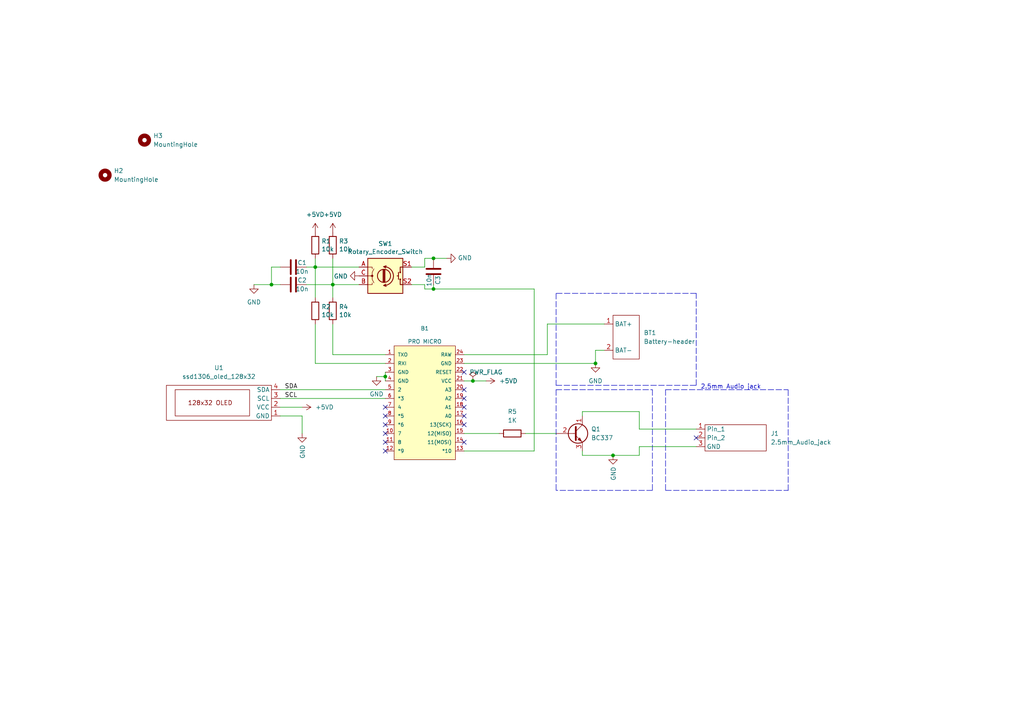
<source format=kicad_sch>
(kicad_sch (version 20211123) (generator eeschema)
  (paper "A4")
  (title_block (title "Camera Intervalometer") (rev "v1.0") (comment 4 "Author: Rafael Marengo"))
  (lib_symbols
    (symbol "Audio-connec-custom:2.5mm_Audio_jack"
      (property "Reference" "J?" (at 10.16 -5.0799 0))
      (property "Value" "2.5mm_Audio_jack" (at 10.16 -7.6199 0))
      (symbol "2.5mm_Audio_jack_0_1"
        (rectangle (start -8.89 -2.54) (end 8.89 -10.16))
      )
      (symbol "2.5mm_Audio_jack_1_1"
        (pin bidirectional line (at -11.43 -3.81 0) (length 2.54) (name "Pin_1") (number "1"))
        (pin bidirectional line (at -11.43 -6.35 0) (length 2.54) (name "Pin_2") (number "2"))
        (pin power_in line (at -11.43 -8.89 0) (length 2.54) (name "GND") (number "3"))
      )
    )
    (symbol "Battery-Custom:Battery-header"
      (property "Reference" "BT" (at 0 1.27 0))
      (property "Value" "Battery-header" (at 0 0 0))
      (symbol "Battery-header_0_1"
        (rectangle (start -3.81 -2.54) (end 3.81 -15.24))
      )
      (symbol "Battery-header_1_1"
        (pin power_out line (at -6.35 -5.08 0) (length 2.54) (name "BAT+") (number "1"))
        (pin power_out line (at -6.35 -12.7 0) (length 2.54) (name "BAT-") (number "2"))
      )
    )
    (symbol "Device:C" (pin_numbers hide) (pin_names (offset 0.254))
      (property "Reference" "C" (at 0.635 2.54 0))
      (property "Value" "C" (at 0.635 -2.54 0))
      (symbol "C_0_1"
        (polyline (pts (xy -2.032 -0.762) (xy 2.032 -0.762)) (stroke (width 0.508)))
        (polyline (pts (xy -2.032 0.762) (xy 2.032 0.762)) (stroke (width 0.508)))
      )
      (symbol "C_1_1"
        (pin passive line (at 0 3.81 270) (length 2.794) (name "~") (number "1"))
        (pin passive line (at 0 -3.81 90) (length 2.794) (name "~") (number "2"))
      )
    )
    (symbol "Device:R" (pin_numbers hide) (pin_names (offset 0))
      (property "Reference" "R" (at 2.032 0 90))
      (property "Value" "R" (at 0 0 90))
      (symbol "R_0_1"
        (rectangle (start -1.016 -2.54) (end 1.016 2.54) (stroke (width 0.254)))
      )
      (symbol "R_1_1"
        (pin passive line (at 0 3.81 270) (length 1.27) (name "~") (number "1"))
        (pin passive line (at 0 -3.81 90) (length 1.27) (name "~") (number "2"))
      )
    )
    (symbol "Display-Custom:ssd1306_oled_128x32"
      (property "Reference" "DS" (at 0 2.54 0))
      (property "Value" "ssd1306_oled_128x32" (at 0 0 0))
      (symbol "ssd1306_oled_128x32_0_0"
        (text "128x32 OLED" (at 7.62 -7.62 0) (effects (font (size 1.27 1.27))))
      )
      (symbol "ssd1306_oled_128x32_0_1"
        (rectangle (start -10.16 -2.54) (end 20.32 -12.7))
        (rectangle (start -3.81 -3.81) (end 17.78 -11.43))
      )
      (symbol "ssd1306_oled_128x32_1_1"
        (pin input line (at -12.7 -11.43 0) (length 2.54) (name "GND") (number "1"))
        (pin input line (at -12.7 -8.89 0) (length 2.54) (name "VCC") (number "2"))
        (pin input line (at -12.7 -6.35 0) (length 2.54) (name "SCL") (number "3"))
        (pin input line (at -12.7 -3.81 0) (length 2.54) (name "SDA") (number "4"))
      )
    )
    (symbol "Mechanical:MountingHole" (pin_names (offset 1.016))
      (property "Reference" "H" (at 0 5.08 0))
      (property "Value" "MountingHole" (at 0 3.175 0))
      (symbol "MountingHole_0_1"
        (circle (center 0 0) (radius 1.27) (stroke (width 1.27)))
      )
    )
    (symbol "SparkFun-Boards:SPARKFUN_PRO_MICRO" (pin_names (offset 1.016))
      (property "Reference" "B" (at -8.89 17.78 0))
      (property "Value" "SPARKFUN_PRO_MICRO" (at -8.89 -19.05 0))
      (property "Field4" "XXX-00000" (at 0 21.59 0))
      (symbol "SPARKFUN_PRO_MICRO_1_1"
        (polyline (pts (xy -8.89 16.51) (xy -8.89 -16.51) (xy 8.89 -16.51) (xy 8.89 16.51) (xy -8.89 16.51)) (fill (type background)))
        (pin bidirectional line (at -11.43 13.97 0) (length 2.54) (name "TXO") (number "1"))
        (pin bidirectional line (at -11.43 -8.89 0) (length 2.54) (name "7") (number "10"))
        (pin bidirectional line (at -11.43 -11.43 0) (length 2.54) (name "8") (number "11"))
        (pin bidirectional line (at -11.43 -13.97 0) (length 2.54) (name "*9") (number "12"))
        (pin bidirectional line (at 11.43 -13.97 180) (length 2.54) (name "*10") (number "13"))
        (pin bidirectional line (at 11.43 -11.43 180) (length 2.54) (name "11(MOSI)") (number "14"))
        (pin bidirectional line (at 11.43 -8.89 180) (length 2.54) (name "12(MISO)") (number "15"))
        (pin bidirectional line (at 11.43 -6.35 180) (length 2.54) (name "13(SCK)") (number "16"))
        (pin bidirectional line (at 11.43 -3.81 180) (length 2.54) (name "A0") (number "17"))
        (pin bidirectional line (at 11.43 -1.27 180) (length 2.54) (name "A1") (number "18"))
        (pin bidirectional line (at 11.43 1.27 180) (length 2.54) (name "A2") (number "19"))
        (pin bidirectional line (at -11.43 11.43 0) (length 2.54) (name "RXI") (number "2"))
        (pin bidirectional line (at 11.43 3.81 180) (length 2.54) (name "A3") (number "20"))
        (pin power_in line (at 11.43 6.35 180) (length 2.54) (name "VCC") (number "21"))
        (pin bidirectional line (at 11.43 8.89 180) (length 2.54) (name "RESET") (number "22"))
        (pin power_in line (at 11.43 11.43 180) (length 2.54) (name "GND") (number "23"))
        (pin power_in line (at 11.43 13.97 180) (length 2.54) (name "RAW") (number "24"))
        (pin power_in line (at -11.43 8.89 0) (length 2.54) (name "GND") (number "3"))
        (pin power_in line (at -11.43 6.35 0) (length 2.54) (name "GND") (number "4"))
        (pin bidirectional line (at -11.43 3.81 0) (length 2.54) (name "2") (number "5"))
        (pin bidirectional line (at -11.43 1.27 0) (length 2.54) (name "*3") (number "6"))
        (pin bidirectional line (at -11.43 -1.27 0) (length 2.54) (name "4") (number "7"))
        (pin bidirectional line (at -11.43 -3.81 0) (length 2.54) (name "*5") (number "8"))
        (pin bidirectional line (at -11.43 -6.35 0) (length 2.54) (name "*6") (number "9"))
      )
    )
    (symbol "Transistor_BJT:BC337" (pin_names (offset 0) hide)
      (property "Reference" "Q" (at 5.08 1.905 0))
      (property "Value" "BC337" (at 5.08 0 0))
      (symbol "BC337_0_1"
        (polyline (pts (xy 0 0) (xy 0.635 0)))
        (polyline (pts (xy 0.635 0.635) (xy 2.54 2.54)))
        (polyline (pts (xy 0.635 -0.635) (xy 2.54 -2.54) (xy 2.54 -2.54)))
        (polyline (pts (xy 0.635 1.905) (xy 0.635 -1.905) (xy 0.635 -1.905)) (stroke (width 0.508)))
        (polyline (pts (xy 1.27 -1.778) (xy 1.778 -1.27) (xy 2.286 -2.286) (xy 1.27 -1.778) (xy 1.27 -1.778)) (fill (type outline)))
        (circle (center 1.27 0) (radius 2.8194) (stroke (width 0.254)))
      )
      (symbol "BC337_1_1"
        (pin passive line (at 2.54 5.08 270) (length 2.54) (name "C") (number "1"))
        (pin input line (at -5.08 0 0) (length 5.08) (name "B") (number "2"))
        (pin passive line (at 2.54 -5.08 90) (length 2.54) (name "E") (number "3"))
      )
    )
    (symbol "inkkeys-rescue:Rotary_Encoder_Switch-Device" (pin_names (offset 0.254) hide)
      (property "Reference" "SW" (at 0 6.604 0))
      (property "Value" "Rotary_Encoder_Switch-Device" (at 0 -6.604 0))
      (symbol "Rotary_Encoder_Switch-Device_0_1"
        (rectangle (start -5.08 5.08) (end 5.08 -5.08) (stroke (width 0.254)) (fill (type background)))
        (circle (center -3.81 0) (radius 0.254) (fill (type outline)))
        (arc (start -0.381 -2.794) (mid 2.3622 -0.0508) (end -0.381 2.667) (stroke (width 0.254)))
        (circle (center -0.381 0) (radius 1.905) (stroke (width 0.254)))
        (polyline (pts (xy -0.635 -1.778) (xy -0.635 1.778)) (stroke (width 0.254)))
        (polyline (pts (xy -0.381 -1.778) (xy -0.381 1.778)) (stroke (width 0.254)))
        (polyline (pts (xy -0.127 1.778) (xy -0.127 -1.778)) (stroke (width 0.254)))
        (polyline (pts (xy 3.81 0) (xy 3.429 0)) (stroke (width 0.254)))
        (polyline (pts (xy 3.81 1.016) (xy 3.81 -1.016)) (stroke (width 0.254)))
        (polyline (pts (xy -5.08 -2.54) (xy -3.81 -2.54) (xy -3.81 -2.032)))
        (polyline (pts (xy -5.08 2.54) (xy -3.81 2.54) (xy -3.81 2.032)))
        (polyline (pts (xy 0.254 -3.048) (xy -0.508 -2.794) (xy 0.127 -2.413)) (stroke (width 0.254)))
        (polyline (pts (xy 0.254 2.921) (xy -0.508 2.667) (xy 0.127 2.286)) (stroke (width 0.254)))
        (polyline (pts (xy 5.08 -2.54) (xy 4.318 -2.54) (xy 4.318 -1.016)) (stroke (width 0.254)))
        (polyline (pts (xy 5.08 2.54) (xy 4.318 2.54) (xy 4.318 1.016)) (stroke (width 0.254)))
        (polyline (pts (xy -5.08 0) (xy -3.81 0) (xy -3.81 -1.016) (xy -3.302 -2.032)))
        (polyline (pts (xy -4.318 0) (xy -3.81 0) (xy -3.81 1.016) (xy -3.302 2.032)))
        (circle (center 4.318 -1.016) (radius 0.127) (stroke (width 0.254)))
        (circle (center 4.318 1.016) (radius 0.127) (stroke (width 0.254)))
      )
      (symbol "Rotary_Encoder_Switch-Device_1_1"
        (pin passive line (at -7.62 2.54 0) (length 2.54) (name "A") (number "A"))
        (pin passive line (at -7.62 -2.54 0) (length 2.54) (name "B") (number "B"))
        (pin passive line (at -7.62 0 0) (length 2.54) (name "C") (number "C"))
        (pin passive line (at 7.62 2.54 180) (length 2.54) (name "S1") (number "S1"))
        (pin passive line (at 7.62 -2.54 180) (length 2.54) (name "S2") (number "S2"))
      )
    )
    (symbol "power:+5VD" (power) (pin_names (offset 0))
      (property "Value" "+5VD" (at 0 3.556 0))
      (symbol "+5VD_0_1"
        (polyline (pts (xy -0.762 1.27) (xy 0 2.54)))
        (polyline (pts (xy 0 0) (xy 0 2.54)))
        (polyline (pts (xy 0 2.54) (xy 0.762 1.27)))
      )
      (symbol "+5VD_1_1"
        (pin power_in line (at 0 0 90) (length 0) hide (name "+5VD") (number "1"))
      )
    )
    (symbol "power:GND" (power) (pin_names (offset 0))
      (property "Value" "GND" (at 0 -3.81 0))
      (symbol "GND_0_1"
        (polyline (pts (xy 0 0) (xy 0 -1.27) (xy 1.27 -1.27) (xy 0 -2.54) (xy -1.27 -1.27) (xy 0 -1.27)))
      )
      (symbol "GND_1_1"
        (pin power_in line (at 0 0 270) (length 0) hide (name "GND") (number "1"))
      )
    )
    (symbol "power:PWR_FLAG" (power) (pin_numbers hide) (pin_names (offset 0) hide)
      (property "Value" "PWR_FLAG" (at 0 3.81 0))
      (symbol "PWR_FLAG_0_0"
        (pin power_out line (at 0 0 90) (length 0) (name "pwr") (number "1"))
      )
      (symbol "PWR_FLAG_0_1"
        (polyline (pts (xy 0 0) (xy 0 1.27) (xy -1.016 1.905) (xy 0 2.54) (xy 1.016 1.905) (xy 0 1.27)))
      )
    )
  )
  (junction (at 137.16 110.49))
  (junction (at 91.44 77.47))
  (junction (at 177.8 132.08))
  (junction (at 172.72 105.41))
  (junction (at 96.52 82.55))
  (junction (at 111.76 109.22))
  (junction (at 125.73 74.93))
  (junction (at 78.74 82.55))
  (junction (at 125.73 83.82))
  (no_connect (at 111.76 118.11))
  (no_connect (at 111.76 123.19))
  (no_connect (at 111.76 125.73))
  (no_connect (at 111.76 128.27))
  (no_connect (at 111.76 130.81))
  (no_connect (at 111.76 120.65))
  (no_connect (at 134.62 120.65))
  (no_connect (at 134.62 123.19))
  (no_connect (at 134.62 128.27))
  (no_connect (at 134.62 107.95))
  (no_connect (at 134.62 118.11))
  (no_connect (at 134.62 115.57))
  (no_connect (at 201.93 127))
  (no_connect (at 134.62 113.03))
  (wire (pts (xy 78.74 82.55) (xy 81.28 82.55)))
  (wire (pts (xy 88.9 82.55) (xy 96.52 82.55)))
  (wire (pts (xy 81.28 115.57) (xy 111.76 115.57)))
  (polyline (pts (xy 161.29 113.03) (xy 161.29 142.24)))
  (wire (pts (xy 168.91 119.38) (xy 185.42 119.38)))
  (wire (pts (xy 177.8 132.08) (xy 185.42 132.08)))
  (wire (pts (xy 111.76 107.95) (xy 111.76 109.22)))
  (wire (pts (xy 96.52 74.93) (xy 96.52 82.55)))
  (polyline (pts (xy 189.23 142.24) (xy 161.29 142.24)))
  (wire (pts (xy 96.52 102.87) (xy 111.76 102.87)))
  (wire (pts (xy 96.52 82.55) (xy 96.52 86.36)))
  (wire (pts (xy 154.94 130.81) (xy 134.62 130.81)))
  (wire (pts (xy 91.44 105.41) (xy 111.76 105.41)))
  (polyline (pts (xy 201.93 85.09) (xy 161.29 85.09)))
  (wire (pts (xy 104.14 77.47) (xy 91.44 77.47)))
  (polyline (pts (xy 193.04 113.03) (xy 193.04 142.24)))
  (wire (pts (xy 158.75 93.98) (xy 175.26 93.98)))
  (wire (pts (xy 78.74 77.47) (xy 78.74 82.55)))
  (polyline (pts (xy 201.93 111.76) (xy 201.93 85.09)))
  (wire (pts (xy 81.28 118.11) (xy 87.63 118.11)))
  (polyline (pts (xy 161.29 111.76) (xy 201.93 111.76)))
  (wire (pts (xy 134.62 102.87) (xy 158.75 102.87)))
  (wire (pts (xy 119.38 82.55) (xy 123.19 82.55)))
  (wire (pts (xy 154.94 83.82) (xy 154.94 130.81)))
  (wire (pts (xy 81.28 120.65) (xy 87.63 120.65)))
  (wire (pts (xy 109.22 109.22) (xy 111.76 109.22)))
  (wire (pts (xy 88.9 77.47) (xy 91.44 77.47)))
  (wire (pts (xy 125.73 83.82) (xy 154.94 83.82)))
  (polyline (pts (xy 161.29 113.03) (xy 189.23 113.03)))
  (polyline (pts (xy 193.04 113.03) (xy 228.6 113.03)))
  (wire (pts (xy 81.28 77.47) (xy 78.74 77.47)))
  (wire (pts (xy 91.44 74.93) (xy 91.44 77.47)))
  (wire (pts (xy 185.42 129.54) (xy 201.93 129.54)))
  (wire (pts (xy 104.14 82.55) (xy 96.52 82.55)))
  (wire (pts (xy 172.72 101.6) (xy 175.26 101.6)))
  (wire (pts (xy 185.42 132.08) (xy 185.42 129.54)))
  (wire (pts (xy 125.73 74.93) (xy 129.54 74.93)))
  (polyline (pts (xy 193.04 142.24) (xy 228.6 142.24)))
  (wire (pts (xy 158.75 93.98) (xy 158.75 102.87)))
  (wire (pts (xy 125.73 82.55) (xy 125.73 83.82)))
  (wire (pts (xy 134.62 105.41) (xy 172.72 105.41)))
  (wire (pts (xy 123.19 82.55) (xy 123.19 83.82)))
  (wire (pts (xy 168.91 130.81) (xy 168.91 132.08)))
  (wire (pts (xy 91.44 93.98) (xy 91.44 105.41)))
  (wire (pts (xy 119.38 77.47) (xy 123.19 77.47)))
  (wire (pts (xy 123.19 74.93) (xy 125.73 74.93)))
  (wire (pts (xy 87.63 120.65) (xy 87.63 125.73)))
  (wire (pts (xy 91.44 77.47) (xy 91.44 86.36)))
  (wire (pts (xy 168.91 120.65) (xy 168.91 119.38)))
  (polyline (pts (xy 189.23 113.03) (xy 189.23 142.24)))
  (polyline (pts (xy 228.6 142.24) (xy 228.6 113.03)))
  (wire (pts (xy 185.42 119.38) (xy 185.42 124.46)))
  (wire (pts (xy 134.62 125.73) (xy 144.78 125.73)))
  (wire (pts (xy 111.76 109.22) (xy 111.76 110.49)))
  (wire (pts (xy 73.66 82.55) (xy 78.74 82.55)))
  (wire (pts (xy 152.4 125.73) (xy 161.29 125.73)))
  (wire (pts (xy 123.19 77.47) (xy 123.19 74.93)))
  (wire (pts (xy 140.97 110.49) (xy 137.16 110.49)))
  (wire (pts (xy 172.72 101.6) (xy 172.72 105.41)))
  (wire (pts (xy 185.42 124.46) (xy 201.93 124.46)))
  (wire (pts (xy 96.52 93.98) (xy 96.52 102.87)))
  (wire (pts (xy 123.19 83.82) (xy 125.73 83.82)))
  (wire (pts (xy 137.16 110.49) (xy 134.62 110.49)))
  (wire (pts (xy 81.28 113.03) (xy 111.76 113.03)))
  (polyline (pts (xy 161.29 85.09) (xy 161.29 111.76)))
  (wire (pts (xy 168.91 132.08) (xy 177.8 132.08)))
  (text "2.5mm Audio jack\n" (at 203.2 113.03 0) (effects (font (size 1.27 1.27)) (justify left bottom)))
  (label "SDA" (at 82.55 113.03 0))
  (label "SCL" (at 82.55 115.57 0))
  (symbol (lib_id "Battery-Custom:Battery-header") (at 181.61 88.9 0) (unit 1)
    (property "Reference" "BT1" (at 186.69 96.5199 0) (effects (justify left)))
    (property "Value" "Battery-header" (at 186.69 99.0599 0) (effects (justify left)))
    (property "Footprint" "Connector_PinHeader_2.54mm:PinHeader_1x02_P2.54mm_Horizontal" (effects hide))
  )
  (symbol (lib_id "Device:R") (at 148.59 125.73 270) (unit 1)
    (property "Reference" "R5" (at 148.59 119.38 90))
    (property "Value" "1K" (at 148.59 121.92 90))
    (property "Footprint" "Resistor_SMD:R_0805_2012Metric" (effects hide))
  )
  (symbol (lib_id "power:PWR_FLAG") (at 137.16 110.49 0) (unit 1)
    (property "Reference" "#FLG0101" (effects hide))
    (property "Value" "PWR_FLAG" (at 140.97 107.95 0))
  )
  (symbol (lib_id "Device:R") (at 91.44 90.17 180) (unit 1)
    (property "Reference" "R2" (at 93.218 89.0016 0) (effects (justify right)))
    (property "Value" "10k" (at 93.218 91.313 0) (effects (justify right)))
    (property "Footprint" "Resistor_SMD:R_0805_2012Metric" (effects hide))
  )
  (symbol (lib_id "Display-Custom:ssd1306_oled_128x32") (at 68.58 109.22 0) (mirror y) (unit 1)
    (property "Reference" "U1" (at 63.5 106.68 0))
    (property "Value" "ssd1306_oled_128x32" (at 63.5 109.22 0))
    (property "Footprint" "OLED-128x32:OLED-128x32" (effects hide))
  )
  (symbol (lib_id "SparkFun-Boards:SPARKFUN_PRO_MICRO") (at 123.19 116.84 0) (unit 1)
    (property "Reference" "B1" (at 123.19 95.25 0) (effects (font (size 1.143 1.143))))
    (property "Value" "PRO MICRO" (at 123.19 99.06 0) (effects (font (size 1.143 1.143))))
    (property "Footprint" "Boards:SPARKFUN_PRO_MICRO" (effects hide))
  )
  (symbol (lib_id "power:GND") (at 104.14 80.01 270) (unit 1)
    (property "Reference" "#PWR0101" (effects hide))
    (property "Value" "GND" (at 100.8888 80.137 90) (effects (justify right)))
  )
  (symbol (lib_id "power:GND") (at 109.22 109.22 0) (unit 1)
    (property "Reference" "#PWR0107" (effects hide))
    (property "Value" "GND" (at 109.22 114.3 0))
  )
  (symbol (lib_id "Mechanical:MountingHole") (at 30.48 50.8 0) (unit 1)
    (property "Reference" "H2" (at 33.02 49.5299 0) (effects (justify left)))
    (property "Value" "MountingHole" (at 33.02 52.0699 0) (effects (justify left)))
    (property "Footprint" "MountingHole:MountingHole_2.2mm_M2_DIN965" (effects hide))
  )
  (symbol (lib_id "power:+5VD") (at 87.63 118.11 270) (unit 1)
    (property "Reference" "#PWR0110" (effects hide))
    (property "Value" "+5VD" (at 91.44 118.1099 90) (effects (justify left)))
  )
  (symbol (lib_id "Audio-connec-custom:2.5mm_Audio_jack") (at 213.36 120.65 0) (unit 1)
    (property "Reference" "J1" (at 223.52 125.7299 0) (effects (justify left)))
    (property "Value" "2.5mm_Audio_jack" (at 223.52 128.2699 0) (effects (justify left)))
    (property "Footprint" "Connector_PinHeader_2.54mm:PinHeader_1x03_P2.54mm_Horizontal" (effects hide))
  )
  (symbol (lib_id "Device:R") (at 96.52 90.17 180) (unit 1)
    (property "Reference" "R4" (at 98.298 89.0016 0) (effects (justify right)))
    (property "Value" "10k" (at 98.298 91.313 0) (effects (justify right)))
    (property "Footprint" "Resistor_SMD:R_0805_2012Metric" (effects hide))
  )
  (symbol (lib_id "power:+5VD") (at 140.97 110.49 270) (unit 1)
    (property "Reference" "#PWR01" (effects hide))
    (property "Value" "+5VD" (at 144.78 110.4899 90) (effects (justify left)))
  )
  (symbol (lib_id "inkkeys-rescue:Rotary_Encoder_Switch-Device") (at 111.76 80.01 0) (unit 1)
    (property "Reference" "SW1" (at 111.76 70.6882 0))
    (property "Value" "Rotary_Encoder_Switch" (at 111.76 72.9996 0))
    (property "Footprint" "Rotary_Encoder:RotaryEncoder_Alps_EC11E-Switch_Vertical_H20mm" (effects hide))
  )
  (symbol (lib_id "power:GND") (at 129.54 74.93 90) (unit 1)
    (property "Reference" "#PWR0102" (effects hide))
    (property "Value" "GND" (at 132.7912 74.803 90) (effects (justify right)))
  )
  (symbol (lib_id "power:+5VD") (at 91.44 67.31 0) (unit 1)
    (property "Reference" "#PWR0104" (effects hide))
    (property "Value" "+5VD" (at 91.44 62.23 0))
  )
  (symbol (lib_id "Transistor_BJT:BC337") (at 166.37 125.73 0) (unit 1)
    (property "Reference" "Q1" (at 171.45 124.4599 0) (effects (justify left)))
    (property "Value" "BC337" (at 171.45 126.9999 0) (effects (justify left)))
    (property "Footprint" "Package_TO_SOT_THT:TO-92_Inline" (effects hide))
    (property "Datasheet" "https://diotec.com/tl_files/diotec/files/pdf/datasheets/bc337.pdf" (effects hide))
  )
  (symbol (lib_id "Device:C") (at 85.09 77.47 270) (unit 1)
    (property "Reference" "C1" (at 87.63 76.2 90))
    (property "Value" "10n" (at 87.63 78.74 90))
    (property "Footprint" "Capacitor_SMD:C_0805_2012Metric" (effects hide))
  )
  (symbol (lib_id "Mechanical:MountingHole") (at 41.91 40.64 0) (unit 1)
    (property "Reference" "H3" (at 44.45 39.3699 0) (effects (justify left)))
    (property "Value" "MountingHole" (at 44.45 41.9099 0) (effects (justify left)))
    (property "Footprint" "MountingHole:MountingHole_2.2mm_M2_DIN965" (effects hide))
  )
  (symbol (lib_id "Device:C") (at 125.73 78.74 180) (unit 1)
    (property "Reference" "C3" (at 127 81.28 90))
    (property "Value" "10n" (at 124.46 81.28 90))
    (property "Footprint" "Capacitor_SMD:C_0805_2012Metric" (effects hide))
  )
  (symbol (lib_id "Device:C") (at 85.09 82.55 270) (unit 1)
    (property "Reference" "C2" (at 87.63 81.28 90))
    (property "Value" "10n" (at 87.63 83.82 90))
    (property "Footprint" "Capacitor_SMD:C_0805_2012Metric" (effects hide))
  )
  (symbol (lib_id "Device:R") (at 96.52 71.12 180) (unit 1)
    (property "Reference" "R3" (at 98.298 69.9516 0) (effects (justify right)))
    (property "Value" "10k" (at 98.298 72.263 0) (effects (justify right)))
    (property "Footprint" "Resistor_SMD:R_0805_2012Metric" (effects hide))
  )
  (symbol (lib_id "Device:R") (at 91.44 71.12 180) (unit 1)
    (property "Reference" "R1" (at 93.218 69.9516 0) (effects (justify right)))
    (property "Value" "10k" (at 93.218 72.263 0) (effects (justify right)))
    (property "Footprint" "Resistor_SMD:R_0805_2012Metric" (effects hide))
  )
  (symbol (lib_id "power:GND") (at 172.72 105.41 0) (unit 1)
    (property "Reference" "#PWR0111" (effects hide))
    (property "Value" "GND" (at 172.72 110.49 0))
  )
  (symbol (lib_id "power:GND") (at 177.8 132.08 0) (unit 1)
    (property "Reference" "#PWR0109" (effects hide))
    (property "Value" "GND" (at 177.927 135.3312 90) (effects (justify right)))
  )
  (symbol (lib_id "power:+5VD") (at 96.52 67.31 0) (unit 1)
    (property "Reference" "#PWR0103" (effects hide))
    (property "Value" "+5VD" (at 96.52 62.23 0))
  )
  (symbol (lib_id "power:GND") (at 87.63 125.73 0) (unit 1)
    (property "Reference" "#PWR0106" (effects hide))
    (property "Value" "GND" (at 87.757 128.9812 90) (effects (justify right)))
  )
  (symbol (lib_id "power:GND") (at 73.66 82.55 0) (unit 1)
    (property "Reference" "#PWR0105" (effects hide))
    (property "Value" "GND" (at 73.66 87.63 0))
  )
)
</source>
